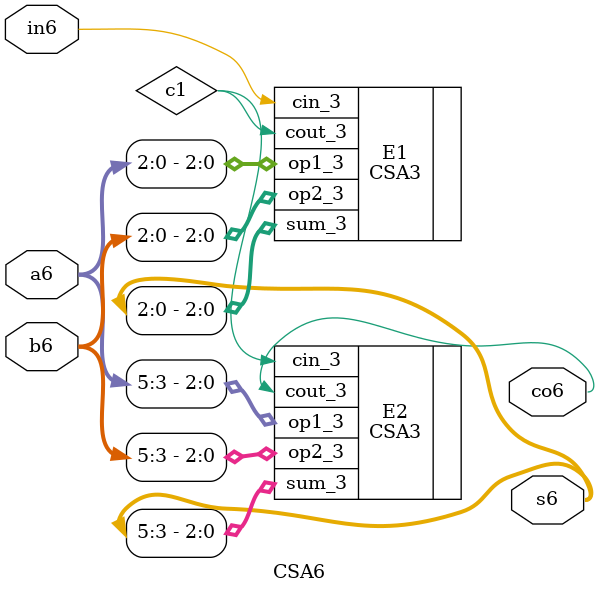
<source format=v>
`timescale 1ns/10ps

module CSA6(s6,co6,a6,b6,in6);
output [5:0]s6;
output co6;
input [5:0]a6,b6;
input in6;
wire [5:0]s6;
wire c1;

CSA3 E1(.sum_3(s6[2:0]),.cout_3(c1),.op1_3(a6[2:0]),.op2_3(b6[2:0]),.cin_3(in6));
CSA3 E2(.sum_3(s6[5:3]),.cout_3(co6),.op1_3(a6[5:3]),.op2_3(b6[5:3]),.cin_3(c1));
endmodule


</source>
